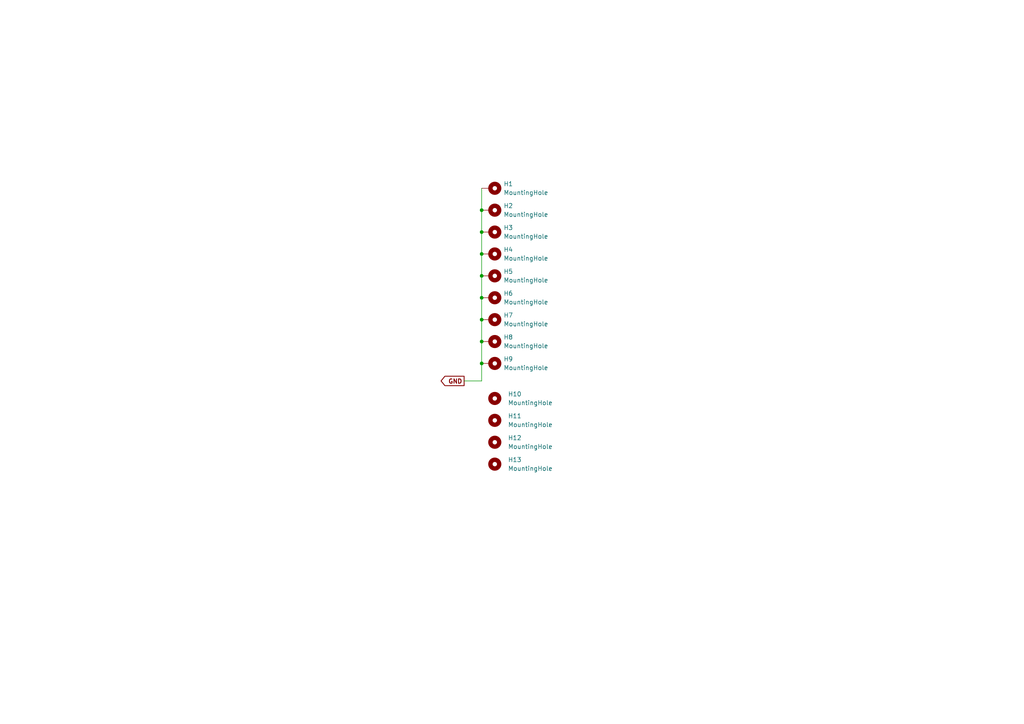
<source format=kicad_sch>
(kicad_sch (version 20231120) (generator "eeschema") (generator_version "8.0")
  (paper "A4")
  (lib_symbols
    (symbol "Mechanical:MountingHole" (pin_names (offset 1.016))
      (property "Reference" "H" (at 0 5.08 0))
      (property "Value" "MountingHole" (at 0 3.175 0))
      (symbol "MountingHole_0_1"
        (circle (center 0 0) (radius 1.27) (stroke (width 1.27)))
      )
    )
    (symbol "Mechanical:MountingHole_Pad" (pin_numbers hide) (pin_names (offset 1.016) hide)
      (property "Reference" "H" (at 0 6.35 0))
      (property "Value" "MountingHole_Pad" (at 0 4.445 0))
      (symbol "MountingHole_Pad_0_1"
        (circle (center 0 1.27) (radius 1.27) (stroke (width 1.27)))
      )
      (symbol "MountingHole_Pad_1_1"
        (pin input line (at 0 -2.54 90) (length 2.54) (name "1") (number "1"))
      )
    )
  )
  (junction (at 139.7 99.06))
  (junction (at 139.7 80.01))
  (junction (at 139.7 92.71))
  (junction (at 139.7 86.36))
  (junction (at 139.7 60.96))
  (junction (at 139.7 67.31))
  (junction (at 139.7 73.66))
  (junction (at 139.7 105.41))
  (wire (pts (xy 139.7 110.49) (xy 139.7 105.41)))
  (wire (pts (xy 139.7 67.31) (xy 139.7 73.66)))
  (wire (pts (xy 139.7 73.66) (xy 139.7 80.01)))
  (wire (pts (xy 134.62 110.49) (xy 139.7 110.49)))
  (wire (pts (xy 139.7 86.36) (xy 139.7 92.71)))
  (wire (pts (xy 139.7 60.96) (xy 139.7 67.31)))
  (wire (pts (xy 139.7 99.06) (xy 139.7 105.41)))
  (wire (pts (xy 139.7 92.71) (xy 139.7 99.06)))
  (wire (pts (xy 139.7 54.61) (xy 139.7 60.96)))
  (wire (pts (xy 139.7 80.01) (xy 139.7 86.36)))
  (global_label "GND" (shape output) (at 134.62 110.49 180) (effects (font (bold yes))) (property "Intersheetrefs" "${INTERSHEET_REFS}" (effects (hide yes))))
  (symbol (lib_id "Mechanical:MountingHole_Pad") (at 142.24 99.06 270) (unit 1)
    (property "Reference" "H8" (at 146.05 97.79 90) (effects (justify left)))
    (property "Value" "MountingHole" (at 146.05 100.33 90) (effects (justify left)))
    (property "Footprint" "footprints:MountingHole_3.2mm_M3_Pad_TopBottom_LargeIsolation" (effects (hide yes)))
  )
  (symbol (lib_id "Mechanical:MountingHole_Pad") (at 142.24 60.96 270) (unit 1)
    (property "Reference" "H2" (at 146.05 59.69 90) (effects (justify left)))
    (property "Value" "MountingHole" (at 146.05 62.23 90) (effects (justify left)))
    (property "Footprint" "footprints:MountingHole_3.2mm_M3_Pad_TopBottom_LargeIsolation" (effects (hide yes)))
  )
  (symbol (lib_id "Mechanical:MountingHole_Pad") (at 142.24 54.61 270) (unit 1)
    (property "Reference" "H1" (at 146.05 53.34 90) (effects (justify left)))
    (property "Value" "MountingHole" (at 146.05 55.88 90) (effects (justify left)))
    (property "Footprint" "footprints:MountingHole_3.2mm_M3_Pad_TopBottom_LargeIsolation" (effects (hide yes)))
  )
  (symbol (lib_id "Mechanical:MountingHole_Pad") (at 142.24 86.36 270) (unit 1)
    (property "Reference" "H6" (at 146.05 85.09 90) (effects (justify left)))
    (property "Value" "MountingHole" (at 146.05 87.63 90) (effects (justify left)))
    (property "Footprint" "footprints:MountingHole_3.2mm_M3_Pad_TopBottom_LargeIsolation" (effects (hide yes)))
  )
  (symbol (lib_id "Mechanical:MountingHole_Pad") (at 142.24 73.66 270) (unit 1)
    (property "Reference" "H4" (at 146.05 72.39 90) (effects (justify left)))
    (property "Value" "MountingHole" (at 146.05 74.93 90) (effects (justify left)))
    (property "Footprint" "footprints:MountingHole_3.2mm_M3_Pad_TopBottom_LargeIsolation" (effects (hide yes)))
  )
  (symbol (lib_id "Mechanical:MountingHole") (at 143.51 115.57 270) (unit 1)
    (property "Reference" "H10" (at 147.32 114.3 90) (effects (justify left)))
    (property "Value" "MountingHole" (at 147.32 116.84 90) (effects (justify left)))
    (property "Footprint" "footprints:MountingHole_3.2mm_M3_Pad_TopBottom_LargeIsolation" (effects (hide yes)))
  )
  (symbol (lib_id "Mechanical:MountingHole") (at 143.51 128.27 270) (unit 1)
    (property "Reference" "H12" (at 147.32 127 90) (effects (justify left)))
    (property "Value" "MountingHole" (at 147.32 129.54 90) (effects (justify left)))
    (property "Footprint" "footprints:MountingHole_3.2mm_M3_Pad_TopBottom_LargeIsolation" (effects (hide yes)))
  )
  (symbol (lib_id "Mechanical:MountingHole_Pad") (at 142.24 67.31 270) (unit 1)
    (property "Reference" "H3" (at 146.05 66.04 90) (effects (justify left)))
    (property "Value" "MountingHole" (at 146.05 68.58 90) (effects (justify left)))
    (property "Footprint" "footprints:MountingHole_3.2mm_M3_Pad_TopBottom_LargeIsolation" (effects (hide yes)))
  )
  (symbol (lib_id "Mechanical:MountingHole") (at 143.51 134.62 270) (unit 1)
    (property "Reference" "H13" (at 147.32 133.35 90) (effects (justify left)))
    (property "Value" "MountingHole" (at 147.32 135.89 90) (effects (justify left)))
    (property "Footprint" "footprints:MountingHole_3.2mm_M3_Pad_TopBottom_LargeIsolation" (effects (hide yes)))
  )
  (symbol (lib_id "Mechanical:MountingHole_Pad") (at 142.24 80.01 270) (unit 1)
    (property "Reference" "H5" (at 146.05 78.74 90) (effects (justify left)))
    (property "Value" "MountingHole" (at 146.05 81.28 90) (effects (justify left)))
    (property "Footprint" "footprints:MountingHole_3.2mm_M3_Pad_TopBottom_LargeIsolation" (effects (hide yes)))
  )
  (symbol (lib_id "Mechanical:MountingHole") (at 143.51 121.92 270) (unit 1)
    (property "Reference" "H11" (at 147.32 120.65 90) (effects (justify left)))
    (property "Value" "MountingHole" (at 147.32 123.19 90) (effects (justify left)))
    (property "Footprint" "footprints:MountingHole_3.2mm_M3_Pad_TopBottom_LargeIsolation" (effects (hide yes)))
  )
  (symbol (lib_id "Mechanical:MountingHole_Pad") (at 142.24 92.71 270) (unit 1)
    (property "Reference" "H7" (at 146.05 91.44 90) (effects (justify left)))
    (property "Value" "MountingHole" (at 146.05 93.98 90) (effects (justify left)))
    (property "Footprint" "footprints:MountingHole_3.2mm_M3_Pad_TopBottom_LargeIsolation" (effects (hide yes)))
  )
  (symbol (lib_id "Mechanical:MountingHole_Pad") (at 142.24 105.41 270) (unit 1)
    (property "Reference" "H9" (at 146.05 104.14 90) (effects (justify left)))
    (property "Value" "MountingHole" (at 146.05 106.68 90) (effects (justify left)))
    (property "Footprint" "footprints:MountingHole_3.2mm_M3_Pad_TopBottom_LargeIsolation" (effects (hide yes)))
  )
)
</source>
